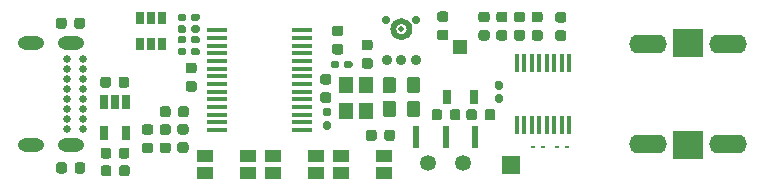
<source format=gts>
G04 #@! TF.GenerationSoftware,KiCad,Pcbnew,5.1.10*
G04 #@! TF.CreationDate,2021-08-01T14:45:19-04:00*
G04 #@! TF.ProjectId,dac,6461632e-6b69-4636-9164-5f7063625858,rev?*
G04 #@! TF.SameCoordinates,Original*
G04 #@! TF.FileFunction,Soldermask,Top*
G04 #@! TF.FilePolarity,Negative*
%FSLAX46Y46*%
G04 Gerber Fmt 4.6, Leading zero omitted, Abs format (unit mm)*
G04 Created by KiCad (PCBNEW 5.1.10) date 2021-08-01 14:45:19*
%MOMM*%
%LPD*%
G01*
G04 APERTURE LIST*
%ADD10C,0.500000*%
%ADD11O,3.200000X1.600000*%
%ADD12R,2.500000X2.430000*%
%ADD13R,0.650000X1.060000*%
%ADD14R,0.410000X1.640000*%
%ADD15R,1.200000X1.400000*%
%ADD16R,0.650000X1.220000*%
%ADD17R,1.750000X0.450000*%
%ADD18R,1.500000X1.500000*%
%ADD19R,1.400000X1.050000*%
%ADD20C,1.346200*%
%ADD21R,0.558800X1.905000*%
%ADD22R,0.800000X1.200000*%
%ADD23R,1.200000X1.200000*%
%ADD24C,0.900000*%
%ADD25C,0.700000*%
%ADD26C,0.500000*%
%ADD27O,2.216000X1.108000*%
%ADD28C,0.650000*%
%ADD29R,0.360000X0.250000*%
G04 APERTURE END LIST*
D10*
X149190000Y-103507000D02*
G75*
G03*
X149190000Y-103507000I-690000J0D01*
G01*
D11*
X176150000Y-104775000D03*
X169350000Y-113225000D03*
X176150000Y-113225000D03*
X169350000Y-104775000D03*
D12*
X172750000Y-104715000D03*
X172750000Y-113285000D03*
G36*
G01*
X123900000Y-107750000D02*
X123900000Y-108250000D01*
G75*
G02*
X123675000Y-108475000I-225000J0D01*
G01*
X123225000Y-108475000D01*
G75*
G02*
X123000000Y-108250000I0J225000D01*
G01*
X123000000Y-107750000D01*
G75*
G02*
X123225000Y-107525000I225000J0D01*
G01*
X123675000Y-107525000D01*
G75*
G02*
X123900000Y-107750000I0J-225000D01*
G01*
G37*
G36*
G01*
X125450000Y-107750000D02*
X125450000Y-108250000D01*
G75*
G02*
X125225000Y-108475000I-225000J0D01*
G01*
X124775000Y-108475000D01*
G75*
G02*
X124550000Y-108250000I0J225000D01*
G01*
X124550000Y-107750000D01*
G75*
G02*
X124775000Y-107525000I225000J0D01*
G01*
X125225000Y-107525000D01*
G75*
G02*
X125450000Y-107750000I0J-225000D01*
G01*
G37*
D13*
X126350000Y-104750000D03*
X127300000Y-104750000D03*
X128250000Y-104750000D03*
X128250000Y-102550000D03*
X126350000Y-102550000D03*
X127300000Y-102550000D03*
D14*
X162722500Y-106365000D03*
X162087500Y-106365000D03*
X161452500Y-106365000D03*
X160817500Y-106365000D03*
X160182500Y-106365000D03*
X159547500Y-106365000D03*
X158912500Y-106365000D03*
X158277500Y-106365000D03*
X158277500Y-111635000D03*
X158912500Y-111635000D03*
X159547500Y-111635000D03*
X160182500Y-111635000D03*
X160817500Y-111635000D03*
X161452500Y-111635000D03*
X162087500Y-111635000D03*
X162722500Y-111635000D03*
D15*
X145500000Y-108250000D03*
X145500000Y-110450000D03*
X143800000Y-110450000D03*
X143800000Y-108250000D03*
D16*
X125200000Y-112310000D03*
X123300000Y-112310000D03*
X123300000Y-109690000D03*
X124250000Y-109690000D03*
X125200000Y-109690000D03*
D17*
X140100000Y-103600000D03*
X140100000Y-104250000D03*
X140100000Y-104900000D03*
X140100000Y-105550000D03*
X140100000Y-106200000D03*
X140100000Y-106850000D03*
X140100000Y-107500000D03*
X140100000Y-108150000D03*
X140100000Y-108800000D03*
X140100000Y-109450000D03*
X140100000Y-110100000D03*
X140100000Y-110750000D03*
X140100000Y-111400000D03*
X140100000Y-112050000D03*
X132900000Y-112050000D03*
X132900000Y-111400000D03*
X132900000Y-110750000D03*
X132900000Y-110100000D03*
X132900000Y-109450000D03*
X132900000Y-108800000D03*
X132900000Y-108150000D03*
X132900000Y-107500000D03*
X132900000Y-106850000D03*
X132900000Y-106200000D03*
X132900000Y-105550000D03*
X132900000Y-104900000D03*
X132900000Y-104250000D03*
X132900000Y-103600000D03*
D18*
X157750000Y-115000000D03*
D19*
X135500000Y-115675000D03*
X131900000Y-115675000D03*
X135500000Y-114225000D03*
X131900000Y-114225000D03*
X141250000Y-115700000D03*
X137650000Y-115700000D03*
X141250000Y-114250000D03*
X137650000Y-114250000D03*
X147000000Y-115675000D03*
X143400000Y-115675000D03*
X147000000Y-114225000D03*
X143400000Y-114225000D03*
D20*
X150750000Y-114799600D03*
X153750000Y-114799600D03*
D21*
X154750000Y-112602900D03*
X152250000Y-112602900D03*
X149750000Y-112602900D03*
D22*
X152325000Y-109250000D03*
X154675000Y-109250000D03*
D23*
X153500000Y-105000000D03*
G36*
G01*
X141850000Y-108850000D02*
X142350000Y-108850000D01*
G75*
G02*
X142575000Y-109075000I0J-225000D01*
G01*
X142575000Y-109525000D01*
G75*
G02*
X142350000Y-109750000I-225000J0D01*
G01*
X141850000Y-109750000D01*
G75*
G02*
X141625000Y-109525000I0J225000D01*
G01*
X141625000Y-109075000D01*
G75*
G02*
X141850000Y-108850000I225000J0D01*
G01*
G37*
G36*
G01*
X141850000Y-107300000D02*
X142350000Y-107300000D01*
G75*
G02*
X142575000Y-107525000I0J-225000D01*
G01*
X142575000Y-107975000D01*
G75*
G02*
X142350000Y-108200000I-225000J0D01*
G01*
X141850000Y-108200000D01*
G75*
G02*
X141625000Y-107975000I0J225000D01*
G01*
X141625000Y-107525000D01*
G75*
G02*
X141850000Y-107300000I225000J0D01*
G01*
G37*
G36*
G01*
X130250000Y-112425000D02*
X129750000Y-112425000D01*
G75*
G02*
X129525000Y-112200000I0J225000D01*
G01*
X129525000Y-111750000D01*
G75*
G02*
X129750000Y-111525000I225000J0D01*
G01*
X130250000Y-111525000D01*
G75*
G02*
X130475000Y-111750000I0J-225000D01*
G01*
X130475000Y-112200000D01*
G75*
G02*
X130250000Y-112425000I-225000J0D01*
G01*
G37*
G36*
G01*
X130250000Y-113975000D02*
X129750000Y-113975000D01*
G75*
G02*
X129525000Y-113750000I0J225000D01*
G01*
X129525000Y-113300000D01*
G75*
G02*
X129750000Y-113075000I225000J0D01*
G01*
X130250000Y-113075000D01*
G75*
G02*
X130475000Y-113300000I0J-225000D01*
G01*
X130475000Y-113750000D01*
G75*
G02*
X130250000Y-113975000I-225000J0D01*
G01*
G37*
G36*
G01*
X128750000Y-112450000D02*
X128250000Y-112450000D01*
G75*
G02*
X128025000Y-112225000I0J225000D01*
G01*
X128025000Y-111775000D01*
G75*
G02*
X128250000Y-111550000I225000J0D01*
G01*
X128750000Y-111550000D01*
G75*
G02*
X128975000Y-111775000I0J-225000D01*
G01*
X128975000Y-112225000D01*
G75*
G02*
X128750000Y-112450000I-225000J0D01*
G01*
G37*
G36*
G01*
X128750000Y-114000000D02*
X128250000Y-114000000D01*
G75*
G02*
X128025000Y-113775000I0J225000D01*
G01*
X128025000Y-113325000D01*
G75*
G02*
X128250000Y-113100000I225000J0D01*
G01*
X128750000Y-113100000D01*
G75*
G02*
X128975000Y-113325000I0J-225000D01*
G01*
X128975000Y-113775000D01*
G75*
G02*
X128750000Y-114000000I-225000J0D01*
G01*
G37*
G36*
G01*
X127250000Y-112450000D02*
X126750000Y-112450000D01*
G75*
G02*
X126525000Y-112225000I0J225000D01*
G01*
X126525000Y-111775000D01*
G75*
G02*
X126750000Y-111550000I225000J0D01*
G01*
X127250000Y-111550000D01*
G75*
G02*
X127475000Y-111775000I0J-225000D01*
G01*
X127475000Y-112225000D01*
G75*
G02*
X127250000Y-112450000I-225000J0D01*
G01*
G37*
G36*
G01*
X127250000Y-114000000D02*
X126750000Y-114000000D01*
G75*
G02*
X126525000Y-113775000I0J225000D01*
G01*
X126525000Y-113325000D01*
G75*
G02*
X126750000Y-113100000I225000J0D01*
G01*
X127250000Y-113100000D01*
G75*
G02*
X127475000Y-113325000I0J-225000D01*
G01*
X127475000Y-113775000D01*
G75*
G02*
X127250000Y-114000000I-225000J0D01*
G01*
G37*
G36*
G01*
X131417500Y-104245000D02*
X131417500Y-104555000D01*
G75*
G02*
X131262500Y-104710000I-155000J0D01*
G01*
X130837500Y-104710000D01*
G75*
G02*
X130682500Y-104555000I0J155000D01*
G01*
X130682500Y-104245000D01*
G75*
G02*
X130837500Y-104090000I155000J0D01*
G01*
X131262500Y-104090000D01*
G75*
G02*
X131417500Y-104245000I0J-155000D01*
G01*
G37*
G36*
G01*
X130282500Y-104245000D02*
X130282500Y-104555000D01*
G75*
G02*
X130127500Y-104710000I-155000J0D01*
G01*
X129702500Y-104710000D01*
G75*
G02*
X129547500Y-104555000I0J155000D01*
G01*
X129547500Y-104245000D01*
G75*
G02*
X129702500Y-104090000I155000J0D01*
G01*
X130127500Y-104090000D01*
G75*
G02*
X130282500Y-104245000I0J-155000D01*
G01*
G37*
G36*
G01*
X130282500Y-103345000D02*
X130282500Y-103655000D01*
G75*
G02*
X130127500Y-103810000I-155000J0D01*
G01*
X129702500Y-103810000D01*
G75*
G02*
X129547500Y-103655000I0J155000D01*
G01*
X129547500Y-103345000D01*
G75*
G02*
X129702500Y-103190000I155000J0D01*
G01*
X130127500Y-103190000D01*
G75*
G02*
X130282500Y-103345000I0J-155000D01*
G01*
G37*
G36*
G01*
X131417500Y-103345000D02*
X131417500Y-103655000D01*
G75*
G02*
X131262500Y-103810000I-155000J0D01*
G01*
X130837500Y-103810000D01*
G75*
G02*
X130682500Y-103655000I0J155000D01*
G01*
X130682500Y-103345000D01*
G75*
G02*
X130837500Y-103190000I155000J0D01*
G01*
X131262500Y-103190000D01*
G75*
G02*
X131417500Y-103345000I0J-155000D01*
G01*
G37*
G36*
G01*
X120150000Y-102750000D02*
X120150000Y-103250000D01*
G75*
G02*
X119925000Y-103475000I-225000J0D01*
G01*
X119475000Y-103475000D01*
G75*
G02*
X119250000Y-103250000I0J225000D01*
G01*
X119250000Y-102750000D01*
G75*
G02*
X119475000Y-102525000I225000J0D01*
G01*
X119925000Y-102525000D01*
G75*
G02*
X120150000Y-102750000I0J-225000D01*
G01*
G37*
G36*
G01*
X121700000Y-102750000D02*
X121700000Y-103250000D01*
G75*
G02*
X121475000Y-103475000I-225000J0D01*
G01*
X121025000Y-103475000D01*
G75*
G02*
X120800000Y-103250000I0J225000D01*
G01*
X120800000Y-102750000D01*
G75*
G02*
X121025000Y-102525000I225000J0D01*
G01*
X121475000Y-102525000D01*
G75*
G02*
X121700000Y-102750000I0J-225000D01*
G01*
G37*
G36*
G01*
X145850000Y-105300000D02*
X145350000Y-105300000D01*
G75*
G02*
X145125000Y-105075000I0J225000D01*
G01*
X145125000Y-104625000D01*
G75*
G02*
X145350000Y-104400000I225000J0D01*
G01*
X145850000Y-104400000D01*
G75*
G02*
X146075000Y-104625000I0J-225000D01*
G01*
X146075000Y-105075000D01*
G75*
G02*
X145850000Y-105300000I-225000J0D01*
G01*
G37*
G36*
G01*
X145850000Y-106850000D02*
X145350000Y-106850000D01*
G75*
G02*
X145125000Y-106625000I0J225000D01*
G01*
X145125000Y-106175000D01*
G75*
G02*
X145350000Y-105950000I225000J0D01*
G01*
X145850000Y-105950000D01*
G75*
G02*
X146075000Y-106175000I0J-225000D01*
G01*
X146075000Y-106625000D01*
G75*
G02*
X145850000Y-106850000I-225000J0D01*
G01*
G37*
G36*
G01*
X120825000Y-115500000D02*
X120825000Y-115000000D01*
G75*
G02*
X121050000Y-114775000I225000J0D01*
G01*
X121500000Y-114775000D01*
G75*
G02*
X121725000Y-115000000I0J-225000D01*
G01*
X121725000Y-115500000D01*
G75*
G02*
X121500000Y-115725000I-225000J0D01*
G01*
X121050000Y-115725000D01*
G75*
G02*
X120825000Y-115500000I0J225000D01*
G01*
G37*
G36*
G01*
X119275000Y-115500000D02*
X119275000Y-115000000D01*
G75*
G02*
X119500000Y-114775000I225000J0D01*
G01*
X119950000Y-114775000D01*
G75*
G02*
X120175000Y-115000000I0J-225000D01*
G01*
X120175000Y-115500000D01*
G75*
G02*
X119950000Y-115725000I-225000J0D01*
G01*
X119500000Y-115725000D01*
G75*
G02*
X119275000Y-115500000I0J225000D01*
G01*
G37*
G36*
G01*
X151950000Y-110500000D02*
X151950000Y-111000000D01*
G75*
G02*
X151725000Y-111225000I-225000J0D01*
G01*
X151275000Y-111225000D01*
G75*
G02*
X151050000Y-111000000I0J225000D01*
G01*
X151050000Y-110500000D01*
G75*
G02*
X151275000Y-110275000I225000J0D01*
G01*
X151725000Y-110275000D01*
G75*
G02*
X151950000Y-110500000I0J-225000D01*
G01*
G37*
G36*
G01*
X153500000Y-110500000D02*
X153500000Y-111000000D01*
G75*
G02*
X153275000Y-111225000I-225000J0D01*
G01*
X152825000Y-111225000D01*
G75*
G02*
X152600000Y-111000000I0J225000D01*
G01*
X152600000Y-110500000D01*
G75*
G02*
X152825000Y-110275000I225000J0D01*
G01*
X153275000Y-110275000D01*
G75*
G02*
X153500000Y-110500000I0J-225000D01*
G01*
G37*
G36*
G01*
X155750000Y-102925000D02*
X155250000Y-102925000D01*
G75*
G02*
X155025000Y-102700000I0J225000D01*
G01*
X155025000Y-102250000D01*
G75*
G02*
X155250000Y-102025000I225000J0D01*
G01*
X155750000Y-102025000D01*
G75*
G02*
X155975000Y-102250000I0J-225000D01*
G01*
X155975000Y-102700000D01*
G75*
G02*
X155750000Y-102925000I-225000J0D01*
G01*
G37*
G36*
G01*
X155750000Y-104475000D02*
X155250000Y-104475000D01*
G75*
G02*
X155025000Y-104250000I0J225000D01*
G01*
X155025000Y-103800000D01*
G75*
G02*
X155250000Y-103575000I225000J0D01*
G01*
X155750000Y-103575000D01*
G75*
G02*
X155975000Y-103800000I0J-225000D01*
G01*
X155975000Y-104250000D01*
G75*
G02*
X155750000Y-104475000I-225000J0D01*
G01*
G37*
D24*
X147300000Y-106120000D03*
X148500000Y-106120000D03*
X149700000Y-106120000D03*
D25*
X147230000Y-102710000D03*
X149770000Y-102710000D03*
D26*
X148500000Y-103500000D03*
D27*
X117165000Y-104675000D03*
X117165000Y-113325000D03*
X120545000Y-113325000D03*
X120545000Y-104675000D03*
D28*
X120175000Y-106025000D03*
X120175000Y-106875000D03*
X120175000Y-107725000D03*
X120175000Y-108575000D03*
X120175000Y-109425000D03*
X120175000Y-110275000D03*
X120175000Y-111125000D03*
X120175000Y-111975000D03*
X121525000Y-111975000D03*
X121525000Y-111125000D03*
X121525000Y-110275000D03*
X121525000Y-109425000D03*
X121525000Y-108575000D03*
X121525000Y-107725000D03*
X121525000Y-106875000D03*
X121525000Y-106025000D03*
D29*
X159660000Y-113500000D03*
X160500000Y-113500000D03*
X162500000Y-113500000D03*
X161660000Y-113500000D03*
G36*
G01*
X148950000Y-110700001D02*
X148950000Y-109799999D01*
G75*
G02*
X149199999Y-109550000I249999J0D01*
G01*
X149850001Y-109550000D01*
G75*
G02*
X150100000Y-109799999I0J-249999D01*
G01*
X150100000Y-110700001D01*
G75*
G02*
X149850001Y-110950000I-249999J0D01*
G01*
X149199999Y-110950000D01*
G75*
G02*
X148950000Y-110700001I0J249999D01*
G01*
G37*
G36*
G01*
X146900000Y-110700001D02*
X146900000Y-109799999D01*
G75*
G02*
X147149999Y-109550000I249999J0D01*
G01*
X147800001Y-109550000D01*
G75*
G02*
X148050000Y-109799999I0J-249999D01*
G01*
X148050000Y-110700001D01*
G75*
G02*
X147800001Y-110950000I-249999J0D01*
G01*
X147149999Y-110950000D01*
G75*
G02*
X146900000Y-110700001I0J249999D01*
G01*
G37*
G36*
G01*
X148050000Y-107799999D02*
X148050000Y-108700001D01*
G75*
G02*
X147800001Y-108950000I-249999J0D01*
G01*
X147149999Y-108950000D01*
G75*
G02*
X146900000Y-108700001I0J249999D01*
G01*
X146900000Y-107799999D01*
G75*
G02*
X147149999Y-107550000I249999J0D01*
G01*
X147800001Y-107550000D01*
G75*
G02*
X148050000Y-107799999I0J-249999D01*
G01*
G37*
G36*
G01*
X150100000Y-107799999D02*
X150100000Y-108700001D01*
G75*
G02*
X149850001Y-108950000I-249999J0D01*
G01*
X149199999Y-108950000D01*
G75*
G02*
X148950000Y-108700001I0J249999D01*
G01*
X148950000Y-107799999D01*
G75*
G02*
X149199999Y-107550000I249999J0D01*
G01*
X149850001Y-107550000D01*
G75*
G02*
X150100000Y-107799999I0J-249999D01*
G01*
G37*
G36*
G01*
X124575000Y-114250000D02*
X124575000Y-113750000D01*
G75*
G02*
X124800000Y-113525000I225000J0D01*
G01*
X125250000Y-113525000D01*
G75*
G02*
X125475000Y-113750000I0J-225000D01*
G01*
X125475000Y-114250000D01*
G75*
G02*
X125250000Y-114475000I-225000J0D01*
G01*
X124800000Y-114475000D01*
G75*
G02*
X124575000Y-114250000I0J225000D01*
G01*
G37*
G36*
G01*
X123025000Y-114250000D02*
X123025000Y-113750000D01*
G75*
G02*
X123250000Y-113525000I225000J0D01*
G01*
X123700000Y-113525000D01*
G75*
G02*
X123925000Y-113750000I0J-225000D01*
G01*
X123925000Y-114250000D01*
G75*
G02*
X123700000Y-114475000I-225000J0D01*
G01*
X123250000Y-114475000D01*
G75*
G02*
X123025000Y-114250000I0J225000D01*
G01*
G37*
G36*
G01*
X129600000Y-110750000D02*
X129600000Y-110250000D01*
G75*
G02*
X129825000Y-110025000I225000J0D01*
G01*
X130275000Y-110025000D01*
G75*
G02*
X130500000Y-110250000I0J-225000D01*
G01*
X130500000Y-110750000D01*
G75*
G02*
X130275000Y-110975000I-225000J0D01*
G01*
X129825000Y-110975000D01*
G75*
G02*
X129600000Y-110750000I0J225000D01*
G01*
G37*
G36*
G01*
X128050000Y-110750000D02*
X128050000Y-110250000D01*
G75*
G02*
X128275000Y-110025000I225000J0D01*
G01*
X128725000Y-110025000D01*
G75*
G02*
X128950000Y-110250000I0J-225000D01*
G01*
X128950000Y-110750000D01*
G75*
G02*
X128725000Y-110975000I-225000J0D01*
G01*
X128275000Y-110975000D01*
G75*
G02*
X128050000Y-110750000I0J225000D01*
G01*
G37*
G36*
G01*
X123950000Y-115250000D02*
X123950000Y-115750000D01*
G75*
G02*
X123725000Y-115975000I-225000J0D01*
G01*
X123275000Y-115975000D01*
G75*
G02*
X123050000Y-115750000I0J225000D01*
G01*
X123050000Y-115250000D01*
G75*
G02*
X123275000Y-115025000I225000J0D01*
G01*
X123725000Y-115025000D01*
G75*
G02*
X123950000Y-115250000I0J-225000D01*
G01*
G37*
G36*
G01*
X125500000Y-115250000D02*
X125500000Y-115750000D01*
G75*
G02*
X125275000Y-115975000I-225000J0D01*
G01*
X124825000Y-115975000D01*
G75*
G02*
X124600000Y-115750000I0J225000D01*
G01*
X124600000Y-115250000D01*
G75*
G02*
X124825000Y-115025000I225000J0D01*
G01*
X125275000Y-115025000D01*
G75*
G02*
X125500000Y-115250000I0J-225000D01*
G01*
G37*
G36*
G01*
X143350000Y-104100000D02*
X142850000Y-104100000D01*
G75*
G02*
X142625000Y-103875000I0J225000D01*
G01*
X142625000Y-103425000D01*
G75*
G02*
X142850000Y-103200000I225000J0D01*
G01*
X143350000Y-103200000D01*
G75*
G02*
X143575000Y-103425000I0J-225000D01*
G01*
X143575000Y-103875000D01*
G75*
G02*
X143350000Y-104100000I-225000J0D01*
G01*
G37*
G36*
G01*
X143350000Y-105650000D02*
X142850000Y-105650000D01*
G75*
G02*
X142625000Y-105425000I0J225000D01*
G01*
X142625000Y-104975000D01*
G75*
G02*
X142850000Y-104750000I225000J0D01*
G01*
X143350000Y-104750000D01*
G75*
G02*
X143575000Y-104975000I0J-225000D01*
G01*
X143575000Y-105425000D01*
G75*
G02*
X143350000Y-105650000I-225000J0D01*
G01*
G37*
G36*
G01*
X156750000Y-103575000D02*
X157250000Y-103575000D01*
G75*
G02*
X157475000Y-103800000I0J-225000D01*
G01*
X157475000Y-104250000D01*
G75*
G02*
X157250000Y-104475000I-225000J0D01*
G01*
X156750000Y-104475000D01*
G75*
G02*
X156525000Y-104250000I0J225000D01*
G01*
X156525000Y-103800000D01*
G75*
G02*
X156750000Y-103575000I225000J0D01*
G01*
G37*
G36*
G01*
X156750000Y-102025000D02*
X157250000Y-102025000D01*
G75*
G02*
X157475000Y-102250000I0J-225000D01*
G01*
X157475000Y-102700000D01*
G75*
G02*
X157250000Y-102925000I-225000J0D01*
G01*
X156750000Y-102925000D01*
G75*
G02*
X156525000Y-102700000I0J225000D01*
G01*
X156525000Y-102250000D01*
G75*
G02*
X156750000Y-102025000I225000J0D01*
G01*
G37*
G36*
G01*
X142345000Y-112022500D02*
X142035000Y-112022500D01*
G75*
G02*
X141880000Y-111867500I0J155000D01*
G01*
X141880000Y-111442500D01*
G75*
G02*
X142035000Y-111287500I155000J0D01*
G01*
X142345000Y-111287500D01*
G75*
G02*
X142500000Y-111442500I0J-155000D01*
G01*
X142500000Y-111867500D01*
G75*
G02*
X142345000Y-112022500I-155000J0D01*
G01*
G37*
G36*
G01*
X142345000Y-110887500D02*
X142035000Y-110887500D01*
G75*
G02*
X141880000Y-110732500I0J155000D01*
G01*
X141880000Y-110307500D01*
G75*
G02*
X142035000Y-110152500I155000J0D01*
G01*
X142345000Y-110152500D01*
G75*
G02*
X142500000Y-110307500I0J-155000D01*
G01*
X142500000Y-110732500D01*
G75*
G02*
X142345000Y-110887500I-155000J0D01*
G01*
G37*
G36*
G01*
X143232500Y-106345000D02*
X143232500Y-106655000D01*
G75*
G02*
X143077500Y-106810000I-155000J0D01*
G01*
X142652500Y-106810000D01*
G75*
G02*
X142497500Y-106655000I0J155000D01*
G01*
X142497500Y-106345000D01*
G75*
G02*
X142652500Y-106190000I155000J0D01*
G01*
X143077500Y-106190000D01*
G75*
G02*
X143232500Y-106345000I0J-155000D01*
G01*
G37*
G36*
G01*
X144367500Y-106345000D02*
X144367500Y-106655000D01*
G75*
G02*
X144212500Y-106810000I-155000J0D01*
G01*
X143787500Y-106810000D01*
G75*
G02*
X143632500Y-106655000I0J155000D01*
G01*
X143632500Y-106345000D01*
G75*
G02*
X143787500Y-106190000I155000J0D01*
G01*
X144212500Y-106190000D01*
G75*
G02*
X144367500Y-106345000I0J-155000D01*
G01*
G37*
G36*
G01*
X158250000Y-103575000D02*
X158750000Y-103575000D01*
G75*
G02*
X158975000Y-103800000I0J-225000D01*
G01*
X158975000Y-104250000D01*
G75*
G02*
X158750000Y-104475000I-225000J0D01*
G01*
X158250000Y-104475000D01*
G75*
G02*
X158025000Y-104250000I0J225000D01*
G01*
X158025000Y-103800000D01*
G75*
G02*
X158250000Y-103575000I225000J0D01*
G01*
G37*
G36*
G01*
X158250000Y-102025000D02*
X158750000Y-102025000D01*
G75*
G02*
X158975000Y-102250000I0J-225000D01*
G01*
X158975000Y-102700000D01*
G75*
G02*
X158750000Y-102925000I-225000J0D01*
G01*
X158250000Y-102925000D01*
G75*
G02*
X158025000Y-102700000I0J225000D01*
G01*
X158025000Y-102250000D01*
G75*
G02*
X158250000Y-102025000I225000J0D01*
G01*
G37*
G36*
G01*
X159750000Y-103575000D02*
X160250000Y-103575000D01*
G75*
G02*
X160475000Y-103800000I0J-225000D01*
G01*
X160475000Y-104250000D01*
G75*
G02*
X160250000Y-104475000I-225000J0D01*
G01*
X159750000Y-104475000D01*
G75*
G02*
X159525000Y-104250000I0J225000D01*
G01*
X159525000Y-103800000D01*
G75*
G02*
X159750000Y-103575000I225000J0D01*
G01*
G37*
G36*
G01*
X159750000Y-102025000D02*
X160250000Y-102025000D01*
G75*
G02*
X160475000Y-102250000I0J-225000D01*
G01*
X160475000Y-102700000D01*
G75*
G02*
X160250000Y-102925000I-225000J0D01*
G01*
X159750000Y-102925000D01*
G75*
G02*
X159525000Y-102700000I0J225000D01*
G01*
X159525000Y-102250000D01*
G75*
G02*
X159750000Y-102025000I225000J0D01*
G01*
G37*
G36*
G01*
X151750000Y-103550000D02*
X152250000Y-103550000D01*
G75*
G02*
X152475000Y-103775000I0J-225000D01*
G01*
X152475000Y-104225000D01*
G75*
G02*
X152250000Y-104450000I-225000J0D01*
G01*
X151750000Y-104450000D01*
G75*
G02*
X151525000Y-104225000I0J225000D01*
G01*
X151525000Y-103775000D01*
G75*
G02*
X151750000Y-103550000I225000J0D01*
G01*
G37*
G36*
G01*
X151750000Y-102000000D02*
X152250000Y-102000000D01*
G75*
G02*
X152475000Y-102225000I0J-225000D01*
G01*
X152475000Y-102675000D01*
G75*
G02*
X152250000Y-102900000I-225000J0D01*
G01*
X151750000Y-102900000D01*
G75*
G02*
X151525000Y-102675000I0J225000D01*
G01*
X151525000Y-102225000D01*
G75*
G02*
X151750000Y-102000000I225000J0D01*
G01*
G37*
G36*
G01*
X161750000Y-103600000D02*
X162250000Y-103600000D01*
G75*
G02*
X162475000Y-103825000I0J-225000D01*
G01*
X162475000Y-104275000D01*
G75*
G02*
X162250000Y-104500000I-225000J0D01*
G01*
X161750000Y-104500000D01*
G75*
G02*
X161525000Y-104275000I0J225000D01*
G01*
X161525000Y-103825000D01*
G75*
G02*
X161750000Y-103600000I225000J0D01*
G01*
G37*
G36*
G01*
X161750000Y-102050000D02*
X162250000Y-102050000D01*
G75*
G02*
X162475000Y-102275000I0J-225000D01*
G01*
X162475000Y-102725000D01*
G75*
G02*
X162250000Y-102950000I-225000J0D01*
G01*
X161750000Y-102950000D01*
G75*
G02*
X161525000Y-102725000I0J225000D01*
G01*
X161525000Y-102275000D01*
G75*
G02*
X161750000Y-102050000I225000J0D01*
G01*
G37*
G36*
G01*
X130282500Y-105245000D02*
X130282500Y-105555000D01*
G75*
G02*
X130127500Y-105710000I-155000J0D01*
G01*
X129702500Y-105710000D01*
G75*
G02*
X129547500Y-105555000I0J155000D01*
G01*
X129547500Y-105245000D01*
G75*
G02*
X129702500Y-105090000I155000J0D01*
G01*
X130127500Y-105090000D01*
G75*
G02*
X130282500Y-105245000I0J-155000D01*
G01*
G37*
G36*
G01*
X131417500Y-105245000D02*
X131417500Y-105555000D01*
G75*
G02*
X131262500Y-105710000I-155000J0D01*
G01*
X130837500Y-105710000D01*
G75*
G02*
X130682500Y-105555000I0J155000D01*
G01*
X130682500Y-105245000D01*
G75*
G02*
X130837500Y-105090000I155000J0D01*
G01*
X131262500Y-105090000D01*
G75*
G02*
X131417500Y-105245000I0J-155000D01*
G01*
G37*
G36*
G01*
X130450000Y-107900000D02*
X130950000Y-107900000D01*
G75*
G02*
X131175000Y-108125000I0J-225000D01*
G01*
X131175000Y-108575000D01*
G75*
G02*
X130950000Y-108800000I-225000J0D01*
G01*
X130450000Y-108800000D01*
G75*
G02*
X130225000Y-108575000I0J225000D01*
G01*
X130225000Y-108125000D01*
G75*
G02*
X130450000Y-107900000I225000J0D01*
G01*
G37*
G36*
G01*
X130450000Y-106350000D02*
X130950000Y-106350000D01*
G75*
G02*
X131175000Y-106575000I0J-225000D01*
G01*
X131175000Y-107025000D01*
G75*
G02*
X130950000Y-107250000I-225000J0D01*
G01*
X130450000Y-107250000D01*
G75*
G02*
X130225000Y-107025000I0J225000D01*
G01*
X130225000Y-106575000D01*
G75*
G02*
X130450000Y-106350000I225000J0D01*
G01*
G37*
G36*
G01*
X130282500Y-102345000D02*
X130282500Y-102655000D01*
G75*
G02*
X130127500Y-102810000I-155000J0D01*
G01*
X129702500Y-102810000D01*
G75*
G02*
X129547500Y-102655000I0J155000D01*
G01*
X129547500Y-102345000D01*
G75*
G02*
X129702500Y-102190000I155000J0D01*
G01*
X130127500Y-102190000D01*
G75*
G02*
X130282500Y-102345000I0J-155000D01*
G01*
G37*
G36*
G01*
X131417500Y-102345000D02*
X131417500Y-102655000D01*
G75*
G02*
X131262500Y-102810000I-155000J0D01*
G01*
X130837500Y-102810000D01*
G75*
G02*
X130682500Y-102655000I0J155000D01*
G01*
X130682500Y-102345000D01*
G75*
G02*
X130837500Y-102190000I155000J0D01*
G01*
X131262500Y-102190000D01*
G75*
G02*
X131417500Y-102345000I0J-155000D01*
G01*
G37*
G36*
G01*
X156905000Y-108617500D02*
X156595000Y-108617500D01*
G75*
G02*
X156440000Y-108462500I0J155000D01*
G01*
X156440000Y-108037500D01*
G75*
G02*
X156595000Y-107882500I155000J0D01*
G01*
X156905000Y-107882500D01*
G75*
G02*
X157060000Y-108037500I0J-155000D01*
G01*
X157060000Y-108462500D01*
G75*
G02*
X156905000Y-108617500I-155000J0D01*
G01*
G37*
G36*
G01*
X156905000Y-109752500D02*
X156595000Y-109752500D01*
G75*
G02*
X156440000Y-109597500I0J155000D01*
G01*
X156440000Y-109172500D01*
G75*
G02*
X156595000Y-109017500I155000J0D01*
G01*
X156905000Y-109017500D01*
G75*
G02*
X157060000Y-109172500I0J-155000D01*
G01*
X157060000Y-109597500D01*
G75*
G02*
X156905000Y-109752500I-155000J0D01*
G01*
G37*
G36*
G01*
X146400000Y-112250000D02*
X146400000Y-112750000D01*
G75*
G02*
X146175000Y-112975000I-225000J0D01*
G01*
X145725000Y-112975000D01*
G75*
G02*
X145500000Y-112750000I0J225000D01*
G01*
X145500000Y-112250000D01*
G75*
G02*
X145725000Y-112025000I225000J0D01*
G01*
X146175000Y-112025000D01*
G75*
G02*
X146400000Y-112250000I0J-225000D01*
G01*
G37*
G36*
G01*
X147950000Y-112250000D02*
X147950000Y-112750000D01*
G75*
G02*
X147725000Y-112975000I-225000J0D01*
G01*
X147275000Y-112975000D01*
G75*
G02*
X147050000Y-112750000I0J225000D01*
G01*
X147050000Y-112250000D01*
G75*
G02*
X147275000Y-112025000I225000J0D01*
G01*
X147725000Y-112025000D01*
G75*
G02*
X147950000Y-112250000I0J-225000D01*
G01*
G37*
G36*
G01*
X154900000Y-110500000D02*
X154900000Y-111000000D01*
G75*
G02*
X154675000Y-111225000I-225000J0D01*
G01*
X154225000Y-111225000D01*
G75*
G02*
X154000000Y-111000000I0J225000D01*
G01*
X154000000Y-110500000D01*
G75*
G02*
X154225000Y-110275000I225000J0D01*
G01*
X154675000Y-110275000D01*
G75*
G02*
X154900000Y-110500000I0J-225000D01*
G01*
G37*
G36*
G01*
X156450000Y-110500000D02*
X156450000Y-111000000D01*
G75*
G02*
X156225000Y-111225000I-225000J0D01*
G01*
X155775000Y-111225000D01*
G75*
G02*
X155550000Y-111000000I0J225000D01*
G01*
X155550000Y-110500000D01*
G75*
G02*
X155775000Y-110275000I225000J0D01*
G01*
X156225000Y-110275000D01*
G75*
G02*
X156450000Y-110500000I0J-225000D01*
G01*
G37*
M02*

</source>
